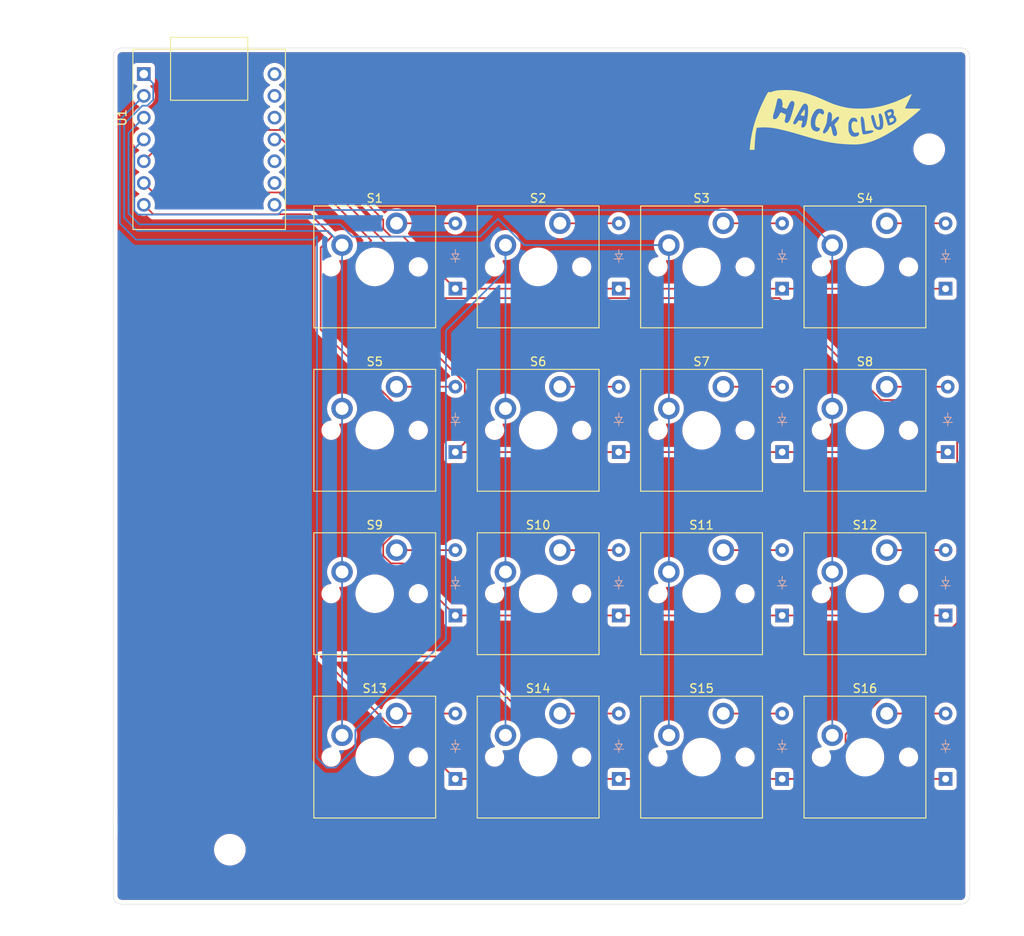
<source format=kicad_pcb>
(kicad_pcb (version 20240108) (generator "pcbnew") (generator_version "8.0")
  (layers (0 "F.Cu" signal) (31 "B.Cu" signal) (34 "B.Paste" user) (35 "F.Paste" user) (36 "B.SilkS" user "B.Silkscreen") (37 "F.SilkS" user "F.Silkscreen") (38 "B.Mask" user) (39 "F.Mask" user) (44 "Edge.Cuts" user))
  (net 0 "")
  (net 1 "Row 0")
  (net 2 "Net-(D1-A)")
  (net 3 "Net-(D2-A)")
  (net 4 "Net-(D3-A)")
  (net 5 "Net-(D4-A)")
  (net 6 "Row 1")
  (net 7 "Net-(D5-A)")
  (net 8 "Net-(D6-A)")
  (net 9 "Net-(D7-A)")
  (net 10 "Net-(D8-A)")
  (net 11 "Row 2")
  (net 12 "Net-(D9-A)")
  (net 13 "Net-(D10-A)")
  (net 14 "Net-(D11-A)")
  (net 15 "Net-(D12-A)")
  (net 16 "Row 3")
  (net 17 "Net-(D13-A)")
  (net 18 "Net-(D14-A)")
  (net 19 "Net-(D15-A)")
  (net 20 "Net-(D16-A)")
  (net 21 "Col 0")
  (net 22 "Col 1")
  (net 23 "Col 2")
  (net 24 "Col 3")
  (net 27 "GND")
  (footprint "ScottoKeebs_MX:MX_PCB_1.00u" (layer "F.Cu") (at 143.51 60.96)
    (property "Reference" "S3")
    (property "Value" "Keyswitch")
  )
  (footprint "Images:P4Logo" (layer "F.Cu") (at 86.106 85.598)
    (property "Reference" "G***" (hide yes))
    (property "Value" "LOGO" (hide yes))
  )
  (footprint "ScottoKeebs_MX:MX_PCB_1.00u" (layer "F.Cu") (at 162.56 80.01)
    (property "Reference" "S8")
    (property "Value" "Keyswitch")
  )
  (footprint "Images:PersonaLogo" (layer "F.Cu") (at 85.471 118.11)
    (property "Reference" "G***" (hide yes))
    (property "Value" "LOGO" (hide yes))
  )
  (footprint "MountingHole:MountingHole_3.2mm_M3" (layer "F.Cu") (at 88.519 128.905)
    (property "Reference" "REF**" (hide yes))
    (property "Value" "MountingHole_3.2mm_M3")
  )
  (footprint "ScottoKeebs_MX:MX_PCB_1.00u" (layer "F.Cu") (at 105.41 80.01)
    (property "Reference" "S5")
    (property "Value" "Keyswitch")
  )
  (footprint "XIAO_PCB:MOUDLE14P-2.54-21X17.8MM" (layer "F.Cu") (at 86.106 46.101 90)
    (property "Reference" "U1")
    (property "Value" "MCU_Seeed_XIAO_RP2040")
  )
  (footprint "ScottoKeebs_MX:MX_PCB_1.00u" (layer "F.Cu") (at 143.51 99.06)
    (property "Reference" "S11")
    (property "Value" "Keyswitch")
  )
  (footprint "ScottoKeebs_MX:MX_PCB_1.00u" (layer "F.Cu") (at 143.51 118.11)
    (property "Reference" "S15")
    (property "Value" "Keyswitch")
  )
  (footprint "MountingHole:MountingHole_3.2mm_M3" (layer "F.Cu") (at 170.053 47.244)
    (property "Reference" "REF**" (hide yes))
    (property "Value" "MountingHole_3.2mm_M3")
  )
  (footprint "ScottoKeebs_MX:MX_PCB_1.00u" (layer "F.Cu") (at 143.51 80.01)
    (property "Reference" "S7")
    (property "Value" "Keyswitch")
  )
  (footprint "ScottoKeebs_MX:MX_PCB_1.00u" (layer "F.Cu") (at 105.41 99.06)
    (property "Reference" "S9")
    (property "Value" "Keyswitch")
  )
  (footprint "Images:JokaPad" (layer "F.Cu") (at 123.698 43.688)
    (property "Reference" "G***" (hide yes))
    (property "Value" "LOGO" (hide yes))
  )
  (footprint "ScottoKeebs_MX:MX_PCB_1.00u" (layer "F.Cu") (at 162.56 60.96)
    (property "Reference" "S4")
    (property "Value" "Keyswitch")
  )
  (footprint "ScottoKeebs_MX:MX_PCB_1.00u" (layer "F.Cu") (at 124.46 99.06)
    (property "Reference" "S10")
    (property "Value" "Keyswitch")
  )
  (footprint "ScottoKeebs_MX:MX_PCB_1.00u" (layer "F.Cu") (at 105.41 118.11)
    (property "Reference" "S13")
    (property "Value" "Keyswitch")
  )
  (footprint "Images:HackClubFlag" (layer "F.Cu") (at 159.131 43.815)
    (property "Reference" "G***" (hide yes))
    (property "Value" "LOGO" (hide yes))
  )
  (footprint "ScottoKeebs_MX:MX_PCB_1.00u" (layer "F.Cu") (at 124.46 118.11)
    (property "Reference" "S14")
    (property "Value" "Keyswitch")
  )
  (footprint "ScottoKeebs_MX:MX_PCB_1.00u" (layer "F.Cu") (at 124.46 80.01)
    (property "Reference" "S6")
    (property "Value" "Keyswitch")
  )
  (footprint "ScottoKeebs_MX:MX_PCB_1.00u" (layer "F.Cu") (at 105.41 60.96)
    (property "Reference" "S1")
    (property "Value" "Keyswitch")
  )
  (footprint "ScottoKeebs_MX:MX_PCB_1.00u" (layer "F.Cu") (at 162.56 99.06)
    (property "Reference" "S12")
    (property "Value" "Keyswitch")
  )
  (footprint "Images:P3Logo" (layer "F.Cu") (at 86.106 101.092)
    (property "Reference" "G***" (hide yes))
    (property "Value" "LOGO" (hide yes))
  )
  (footprint "Images:P5Logo" (layer "F.Cu") (at 86.995 68.072)
    (property "Reference" "G***" (hide yes))
    (property "Value" "LOGO" (hide yes))
  )
  (footprint "ScottoKeebs_MX:MX_PCB_1.00u" (layer "F.Cu") (at 162.56 118.11)
    (property "Reference" "S16")
    (property "Value" "Keyswitch")
  )
  (footprint "ScottoKeebs_MX:MX_PCB_1.00u" (layer "F.Cu") (at 124.46 60.96)
    (property "Reference" "S2")
    (property "Value" "Keyswitch")
  )
  (footprint "ScottoKeebs_Components:Diode_DO-35" (layer "B.Cu") (at 152.908 101.6 90)
    (property "Reference" "D11" (hide yes))
    (property "Value" "Diode" (hide yes))
  )
  (footprint "ScottoKeebs_Components:Diode_DO-35" (layer "B.Cu") (at 152.908 82.55 90)
    (property "Reference" "D7" (hide yes))
    (property "Value" "Diode" (hide yes))
  )
  (footprint "ScottoKeebs_Components:Diode_DO-35" (layer "B.Cu") (at 133.858 82.55 90)
    (property "Reference" "D6" (hide yes))
    (property "Value" "Diode" (hide yes))
  )
  (footprint "ScottoKeebs_Components:Diode_DO-35" (layer "B.Cu") (at 171.958 120.65 90)
    (property "Reference" "D16" (hide yes))
    (property "Value" "Diode" (hide yes))
  )
  (footprint "ScottoKeebs_Components:Diode_DO-35" (layer "B.Cu") (at 172.212 82.55 90)
    (property "Reference" "D8" (hide yes))
    (property "Value" "Diode" (hide yes))
  )
  (footprint "ScottoKeebs_Components:Diode_DO-35" (layer "B.Cu") (at 133.858 101.6 90)
    (property "Reference" "D10" (hide yes))
    (property "Value" "Diode" (hide yes))
  )
  (footprint "ScottoKeebs_Components:Diode_DO-35" (layer "B.Cu") (at 152.908 120.65 90)
    (property "Reference" "D15" (hide yes))
    (property "Value" "Diode" (hide yes))
  )
  (footprint "ScottoKeebs_Components:Diode_DO-35" (layer "B.Cu") (at 152.908 63.5 90)
    (property "Reference" "D3" (hide yes))
    (property "Value" "Diode" (hide yes))
  )
  (footprint "ScottoKeebs_Components:Diode_DO-35" (layer "B.Cu") (at 171.958 63.5 90)
    (property "Reference" "D4" (hide yes))
    (property "Value" "Diode" (hide yes))
  )
  (footprint "ScottoKeebs_Components:Diode_DO-35" (layer "B.Cu") (at 114.808 120.65 90)
    (property "Reference" "D13" (hide yes))
    (property "Value" "Diode" (hide yes))
  )
  (footprint "ScottoKeebs_Components:Diode_DO-35" (layer "B.Cu") (at 114.808 63.5 90)
    (property "Reference" "D1" (hide yes))
    (property "Value" "Diode" (hide yes))
  )
  (footprint "ScottoKeebs_Components:Diode_DO-35" (layer "B.Cu") (at 114.808 101.6 90)
    (property "Reference" "D9" (hide yes))
    (property "Value" "Diode" (hide yes))
  )
  (footprint "ScottoKeebs_Components:Diode_DO-35" (layer "B.Cu") (at 133.858 120.65 90)
    (property "Reference" "D14" (hide yes))
    (property "Value" "Diode" (hide yes))
  )
  (footprint "ScottoKeebs_Components:Diode_DO-35" (layer "B.Cu") (at 133.858 63.5 90)
    (property "Reference" "D2" (hide yes))
    (property "Value" "Diode" (hide yes))
  )
  (footprint "ScottoKeebs_Components:Diode_DO-35" (layer "B.Cu") (at 171.958 101.6 90)
    (property "Reference" "D12" (hide yes))
    (property "Value" "Diode" (hide yes))
  )
  (footprint "ScottoKeebs_Components:Diode_DO-35" (layer "B.Cu") (at 114.808 82.55 90)
    (property "Reference" "D5" (hide yes))
    (property "Value" "Diode" (hide yes))
  )
  (gr_line (start 74.93 36.449) (end 74.93 134.239) (stroke (width 0.05)) (layer "Edge.Cuts"))
  (gr_arc (start 173.736 35.433) (mid 174.45442 35.73058) (end 174.752 36.449) (stroke (width 0.05)) (layer "Edge.Cuts"))
  (gr_line (start 75.946 35.433) (end 173.736 35.433) (stroke (width 0.05)) (layer "Edge.Cuts"))
  (gr_arc (start 74.93 36.449) (mid 75.22758 35.73058) (end 75.946 35.433) (stroke (width 0.05)) (layer "Edge.Cuts"))
  (gr_arc (start 75.946 135.255) (mid 75.22758 134.95742) (end 74.93 134.239) (stroke (width 0.05)) (layer "Edge.Cuts"))
  (gr_arc (start 174.752 134.239) (mid 174.45442 134.95742) (end 173.736 135.255) (stroke (width 0.05)) (layer "Edge.Cuts"))
  (gr_line (start 174.752 36.449) (end 174.752 134.239) (stroke (width 0.05)) (layer "Edge.Cuts"))
  (gr_line (start 75.946 135.255) (end 173.736 135.255) (stroke (width 0.05)) (layer "Edge.Cuts"))
  (segment (start 82.126 45.001) (end 78.486 48.641) (width 0.2) (layer "F.Cu") (net 1))
  (segment (start 107.307968 57.43) (end 106.4 56.522032) (width 0.2) (layer "F.Cu") (net 1))
  (segment (start 106.4 55.473) (end 95.928 45.001) (width 0.2) (layer "F.Cu") (net 1))
  (segment (start 108.738 57.43) (end 107.307968 57.43) (width 0.2) (layer "F.Cu") (net 1))
  (segment (start 114.808 63.5) (end 171.958 63.5) (width 0.2) (layer "F.Cu") (net 1))
  (segment (start 95.928 45.001) (end 82.126 45.001) (width 0.2) (layer "F.Cu") (net 1))
  (segment (start 106.4 56.522032) (end 106.4 55.473) (width 0.2) (layer "F.Cu") (net 1))
  (segment (start 114.808 63.5) (end 108.738 57.43) (width 0.2) (layer "F.Cu") (net 1))
  (segment (start 107.95 55.88) (end 114.808 55.88) (width 0.2) (layer "F.Cu") (net 2))
  (segment (start 127 55.88) (end 133.858 55.88) (width 0.2) (layer "F.Cu") (net 3))
  (segment (start 146.05 55.88) (end 152.908 55.88) (width 0.2) (layer "F.Cu") (net 4))
  (segment (start 165.1 55.88) (end 171.958 55.88) (width 0.2) (layer "F.Cu") (net 5))
  (segment (start 104.997135 57.880135) (end 99.398 52.281) (width 0.2) (layer "F.Cu") (net 6))
  (segment (start 115.908 81.45) (end 115.908 74.474365) (width 0.2) (layer "F.Cu") (net 6))
  (segment (start 114.808 82.55) (end 172.212 82.55) (width 0.2) (layer "F.Cu") (net 6))
  (segment (start 104.436598 63.31) (end 103.06 61.933402) (width 0.2) (layer "F.Cu") (net 6))
  (segment (start 79.586 52.281) (end 78.486 51.181) (width 0.2) (layer "F.Cu") (net 6))
  (segment (start 114.808 82.55) (end 115.908 81.45) (width 0.2) (layer "F.Cu") (net 6))
  (segment (start 115.908 74.474365) (end 104.743635 63.31) (width 0.2) (layer "F.Cu") (net 6))
  (segment (start 99.398 52.281) (end 79.586 52.281) (width 0.2) (layer "F.Cu") (net 6))
  (segment (start 104.743635 63.31) (end 104.436598 63.31) (width 0.2) (layer "F.Cu") (net 6))
  (segment (start 103.06 59.81727) (end 104.997135 57.880135) (width 0.2) (layer "F.Cu") (net 6))
  (segment (start 103.06 61.933402) (end 103.06 59.81727) (width 0.2) (layer "F.Cu") (net 6))
  (segment (start 107.95 74.93) (end 114.808 74.93) (width 0.2) (layer "F.Cu") (net 7))
  (segment (start 127 74.93) (end 133.858 74.93) (width 0.2) (layer "F.Cu") (net 8))
  (segment (start 146.05 74.93) (end 152.908 74.93) (width 0.2) (layer "F.Cu") (net 9))
  (segment (start 165.1 74.93) (end 172.212 74.93) (width 0.2) (layer "F.Cu") (net 10))
  (segment (start 108.738 95.53) (end 107.307968 95.53) (width 0.2) (layer "F.Cu") (net 11))
  (segment (start 79.586 54.821) (end 78.486 53.721) (width 0.2) (layer "F.Cu") (net 11))
  (segment (start 114.808 101.6) (end 171.958 101.6) (width 0.2) (layer "F.Cu") (net 11))
  (segment (start 108.592032 91.145936) (end 108.592032 77.764064) (width 0.2) (layer "F.Cu") (net 11))
  (segment (start 106.4 93.337968) (end 108.592032 91.145936) (width 0.2) (layer "F.Cu") (net 11))
  (segment (start 106.4 94.622032) (end 106.4 93.337968) (width 0.2) (layer "F.Cu") (net 11))
  (segment (start 97.874 54.821) (end 79.586 54.821) (width 0.2) (layer "F.Cu") (net 11))
  (segment (start 108.592032 77.764064) (end 99.105 68.277032) (width 0.2) (layer "F.Cu") (net 11))
  (segment (start 107.307968 95.53) (end 106.4 94.622032) (width 0.2) (layer "F.Cu") (net 11))
  (segment (start 100.440484 57.387484) (end 97.874 54.821) (width 0.2) (layer "F.Cu") (net 11))
  (segment (start 99.105 68.277032) (end 99.105 58.722968) (width 0.2) (layer "F.Cu") (net 11))
  (segment (start 114.808 101.6) (end 108.738 95.53) (width 0.2) (layer "F.Cu") (net 11))
  (segment (start 99.105 58.722968) (end 100.440484 57.387484) (width 0.2) (layer "F.Cu") (net 11))
  (segment (start 107.95 93.98) (end 114.808 93.98) (width 0.2) (layer "F.Cu") (net 12))
  (segment (start 127 93.98) (end 133.858 93.98) (width 0.2) (layer "F.Cu") (net 13))
  (segment (start 146.05 93.98) (end 152.908 93.98) (width 0.2) (layer "F.Cu") (net 14))
  (segment (start 165.1 93.98) (end 171.958 93.98) (width 0.2) (layer "F.Cu") (net 15))
  (segment (start 134.387402 124.714) (end 152.608412 124.714) (width 0.2) (layer "F.Cu") (net 16))
  (segment (start 152.608412 124.714) (end 160.3 117.022412) (width 0.2) (layer "F.Cu") (net 16))
  (segment (start 173.312 102.446) (end 173.312 81.002) (width 0.2) (layer "F.Cu") (net 16))
  (segment (start 107.307968 114.58) (end 99.105 106.377032) (width 0.2) (layer "F.Cu") (net 16))
  (segment (start 168.79 76.48) (end 164.457968 76.48) (width 0.2) (layer "F.Cu") (net 16))
  (segment (start 160.3 117.022412) (end 160.3 115.458) (width 0.2) (layer "F.Cu") (net 16))
  (segment (start 160.3 115.458) (end 173.312 102.446) (width 0.2) (layer "F.Cu") (net 16))
  (segment (start 152.577968 64.6) (end 112.397588 64.6) (width 0.2) (layer "F.Cu") (net 16))
  (segment (start 164.457968 76.48) (end 152.577968 64.6) (width 0.2) (layer "F.Cu") (net 16))
  (segment (start 114.808 120.65) (end 108.738 114.58) (width 0.2) (layer "F.Cu") (net 16))
  (segment (start 94.615 46.101) (end 93.726 46.101) (width 0.2) (layer "F.Cu") (net 16))
  (segment (start 116.050434 106.377032) (end 134.387402 124.714) (width 0.2) (layer "F.Cu") (net 16))
  (segment (start 109.265 60.751) (end 94.615 46.101) (width 0.2) (layer "F.Cu") (net 16))
  (segment (start 108.738 114.58) (end 107.307968 114.58) (width 0.2) (layer "F.Cu") (net 16))
  (segment (start 114.808 120.65) (end 171.958 120.65) (width 0.2) (layer "F.Cu") (net 16))
  (segment (start 99.105 106.377032) (end 116.050434 106.377032) (width 0.2) (layer "F.Cu") (net 16))
  (segment (start 173.312 81.002) (end 168.79 76.48) (width 0.2) (layer "F.Cu") (net 16))
  (segment (start 112.397588 64.6) (end 109.265 61.467412) (width 0.2) (layer "F.Cu") (net 16))
  (segment (start 109.265 61.467412) (end 109.265 60.751) (width 0.2) (layer "F.Cu") (net 16))
  (segment (start 107.95 113.03) (end 114.808 113.03) (width 0.2) (layer "F.Cu") (net 17))
  (segment (start 127 113.03) (end 133.858 113.03) (width 0.2) (layer "F.Cu") (net 18))
  (segment (start 146.05 113.03) (end 152.908 113.03) (width 0.2) (layer "F.Cu") (net 19))
  (segment (start 165.1 113.03) (end 171.958 113.03) (width 0.2) (layer "F.Cu") (net 20))
  (segment (start 78.327365 42.164) (end 78.898635 42.164) (width 0.2) (layer "B.Cu") (net 21))
  (segment (start 79.586 39.581) (end 78.486 38.481) (width 0.2) (layer "B.Cu") (net 21))
  (segment (start 101.6 58.42) (end 101.6 115.57) (width 0.2) (layer "B.Cu") (net 21))
  (segment (start 77.724 56.769) (end 76.2 55.245) (width 0.2) (layer "B.Cu") (net 21))
  (segment (start 76.2 44.291365) (end 78.327365 42.164) (width 0.2) (layer "B.Cu") (net 21))
  (segment (start 99.949 56.769) (end 77.724 56.769) (width 0.2) (layer "B.Cu") (net 21))
  (segment (start 101.6 58.42) (end 99.949 56.769) (width 0.2) (layer "B.Cu") (net 21))
  (segment (start 78.898635 42.164) (end 79.586 41.476635) (width 0.2) (layer "B.Cu") (net 21))
  (segment (start 76.2 55.245) (end 76.2 44.291365) (width 0.2) (layer "B.Cu") (net 21))
  (segment (start 79.586 41.476635) (end 79.586 39.581) (width 0.2) (layer "B.Cu") (net 21))
  (segment (start 120.65 115.57) (end 120.65 58.42) (width 0.2) (layer "B.Cu") (net 22))
  (segment (start 100.837412 119.335) (end 99.822588 119.335) (width 0.2) (layer "B.Cu") (net 22))
  (segment (start 113.708 104.369968) (end 103.15 114.927968) (width 0.2) (layer "B.Cu") (net 22))
  (segment (start 98.679 118.191412) (end 98.679 57.404) (width 0.2) (layer "B.Cu") (net 22))
  (segment (start 75.692 55.88) (end 75.692 43.815) (width 0.2) (layer "B.Cu") (net 22))
  (segment (start 113.708 68.364412) (end 113.708 104.369968) (width 0.2) (layer "B.Cu") (net 22))
  (segment (start 103.15 114.927968) (end 103.15 117.022412) (width 0.2) (layer "B.Cu") (net 22))
  (segment (start 120.65 61.422412) (end 113.708 68.364412) (width 0.2) (layer "B.Cu") (net 22))
  (segment (start 120.65 58.42) (end 120.65 61.422412) (width 0.2) (layer "B.Cu") (net 22))
  (segment (start 103.15 117.022412) (end 100.837412 119.335) (width 0.2) (layer "B.Cu") (net 22))
  (segment (start 98.298 57.785) (end 77.597 57.785) (width 0.2) (layer "B.Cu") (net 22))
  (segment (start 98.679 57.404) (end 98.298 57.785) (width 0.2) (layer "B.Cu") (net 22))
  (segment (start 99.822588 119.335) (end 98.679 118.191412) (width 0.2) (layer "B.Cu") (net 22))
  (segment (start 75.692 43.815) (end 78.486 41.021) (width 0.2) (layer "B.Cu") (net 22))
  (segment (start 77.597 57.785) (end 75.692 55.88) (width 0.2) (layer "B.Cu") (net 22))
  (segment (start 76.708 54.737) (end 76.708 45.339) (width 0.2) (layer "B.Cu") (net 23))
  (segment (start 119.777516 55.355484) (end 117.703 57.43) (width 0.2) (layer "B.Cu") (net 23))
  (segment (start 77.978 56.007) (end 76.708 54.737) (width 0.2) (layer "B.Cu") (net 23))
  (segment (start 122.842032 58.42) (end 119.777516 55.355484) (width 0.2) (layer "B.Cu") (net 23))
  (segment (start 139.7 58.42) (end 139.7 115.57) (width 0.2) (layer "B.Cu") (net 23))
  (segment (start 102.802032 57.43) (end 101.379032 56.007) (width 0.2) (layer "B.Cu") (net 23))
  (segment (start 76.708 45.339) (end 78.486 43.561) (width 0.2) (layer "B.Cu") (net 23))
  (segment (start 139.7 58.42) (end 122.842032 58.42) (width 0.2) (layer "B.Cu") (net 23))
  (segment (start 117.703 57.43) (end 102.802032 57.43) (width 0.2) (layer "B.Cu") (net 23))
  (segment (start 101.379032 56.007) (end 77.978 56.007) (width 0.2) (layer "B.Cu") (net 23))
  (segment (start 77.386 54.399) (end 77.386 47.201) (width 0.2) (layer "B.Cu") (net 24))
  (segment (start 158.75 58.42) (end 154.66 54.33) (width 0.2) (layer "B.Cu") (net 24))
  (segment (start 158.75 115.57) (end 158.75 58.42) (width 0.2) (layer "B.Cu") (net 24))
  (segment (start 94.138635 54.864) (end 77.851 54.864) (width 0.2) (layer "B.Cu") (net 24))
  (segment (start 154.66 54.33) (end 94.672635 54.33) (width 0.2) (layer "B.Cu") (net 24))
  (segment (start 94.672635 54.33) (end 94.138635 54.864) (width 0.2) (layer "B.Cu") (net 24))
  (segment (start 77.851 54.864) (end 77.386 54.399) (width 0.2) (layer "B.Cu") (net 24))
  (segment (start 77.386 47.201) (end 78.486 46.101) (width 0.2) (layer "B.Cu") (net 24))
  (zone (net 0) (net_name "") (layers "F&B.Cu") (connect_pads (clearance 0.5)) (min_thickness 0.25) (fill yes (thermal_gap 0.5) (thermal_bridge_width 0.5) (island_removal_mode 1) (island_area_min 10))
    (polygon (pts (xy 61.722 30.099) (xy 179.705 29.845) (xy 181.102 138.938) (xy 61.722 138.938)))
  )
)
</source>
